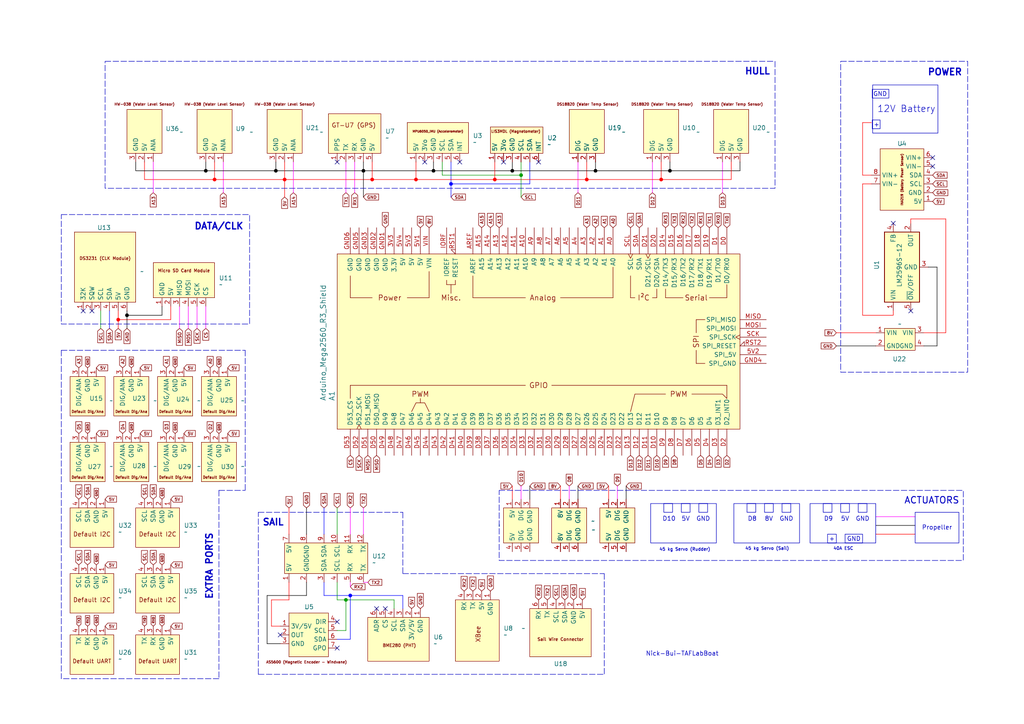
<source format=kicad_sch>
(kicad_sch (version 20231120) (generator "eeschema") (generator_version "8.0")
  (paper "A4")
  (junction (at 80.01 49.53) (color 0 0 0 1))
  (junction (at 170.18 52.07) (color 255 0 0 1))
  (junction (at 34.29 92.71) (color 255 0 0 1))
  (junction (at 120.65 52.07) (color 255 0 0 1))
  (junction (at 172.72 49.53) (color 0 0 0 1))
  (junction (at 101.6 172.72) (color 0 0 255 1))
  (junction (at 194.31 49.53) (color 0 0 0 1))
  (junction (at 82.55 52.07) (color 255 0 0 1))
  (junction (at 148.59 49.53) (color 0 0 0 1))
  (junction (at 107.95 52.07) (color 255 0 0 1))
  (junction (at 62.23 52.07) (color 255 0 0 1))
  (junction (at 191.77 52.07) (color 255 0 0 1))
  (junction (at 125.73 49.53) (color 0 0 0 1))
  (junction (at 130.81 53.34) (color 0 0 255 1))
  (junction (at 100.33 173.99))
  (junction (at 59.69 49.53) (color 0 0 0 1))
  (junction (at 36.83 91.44) (color 0 0 0 1))
  (junction (at 105.41 49.53) (color 0 0 0 1))
  (junction (at 151.13 50.8))
  (junction (at 143.51 52.07) (color 255 0 0 1))
  (no_connect (at 24.13 90.17))
  (no_connect (at 111.76 176.53))
  (no_connect (at 109.22 176.53))
  (no_connect (at 123.19 46.99))
  (no_connect (at 259.08 64.77))
  (no_connect (at 146.05 46.99))
  (no_connect (at 81.28 184.15))
  (no_connect (at 97.79 187.96))
  (no_connect (at 97.79 180.34))
  (no_connect (at 270.51 48.26))
  (no_connect (at 264.16 90.17))
  (no_connect (at 133.35 46.99))
  (no_connect (at 26.67 90.17))
  (no_connect (at 156.21 46.99))
  (no_connect (at 97.79 46.99))
  (no_connect (at 270.51 45.72))
  (wire (pts (xy 101.6 172.72) (xy 93.98 172.72)) (stroke (width 0) (color 0 0 255 1)))
  (wire (pts (xy 59.69 49.53) (xy 39.37 49.53)) (stroke (width 0) (color 0 0 0 1)))
  (wire (pts (xy 259.08 91.44) (xy 259.08 90.17)) (stroke (width 0) (color 255 0 0 1)))
  (polyline (pts (xy 63.5 142.24) (xy 71.12 142.24)) (stroke (width 0) (type dash)))
  (wire (pts (xy 242.57 100.33) (xy 254 100.33)) (stroke (width 0) (color 0 0 0 1)))
  (wire (pts (xy 29.21 95.25) (xy 29.21 90.17)))
  (wire (pts (xy 34.29 95.25) (xy 34.29 92.71)) (stroke (width 0) (color 255 0 0 1)))
  (wire (pts (xy 59.69 49.53) (xy 80.01 49.53)) (stroke (width 0) (color 0 0 0 1)))
  (wire (pts (xy 165.1 140.97) (xy 165.1 144.78)) (stroke (width 0) (color 255 0 255 1)))
  (polyline (pts (xy 175.26 166.37) (xy 175.26 195.58)) (stroke (width 0) (type dash)))
  (wire (pts (xy 85.09 55.88) (xy 85.09 46.99)) (stroke (width 0) (color 255 0 255 1)))
  (polyline (pts (xy 74.93 148.59) (xy 116.84 148.59)) (stroke (width 0) (type dash)))
  (wire (pts (xy 34.29 92.71) (xy 34.29 90.17)) (stroke (width 0) (color 255 0 0 1)))
  (wire (pts (xy 114.3 173.99) (xy 114.3 176.53)))
  (polyline (pts (xy 63.5 196.85) (xy 17.78 196.85)) (stroke (width 0) (type dash)))
  (wire (pts (xy 250.19 53.34) (xy 250.19 91.44)) (stroke (width 0) (color 255 0 0 1)))
  (wire (pts (xy 100.33 173.99) (xy 114.3 173.99)))
  (wire (pts (xy 254 154.94) (xy 265.43 154.94)) (stroke (width 0) (color 255 0 0 1)))
  (polyline (pts (xy 71.12 101.6) (xy 71.12 142.24)) (stroke (width 0) (type dash)))
  (wire (pts (xy 105.41 49.53) (xy 125.73 49.53)) (stroke (width 0) (color 0 0 0 1)))
  (wire (pts (xy 39.37 49.53) (xy 39.37 46.99)) (stroke (width 0) (color 0 0 0 1)))
  (wire (pts (xy 250.19 35.56) (xy 250.19 50.8)) (stroke (width 0) (color 255 0 0 1)))
  (wire (pts (xy 250.19 91.44) (xy 259.08 91.44)) (stroke (width 0) (color 255 0 0 1)))
  (wire (pts (xy 170.18 52.07) (xy 170.18 46.99)) (stroke (width 0) (color 255 0 0 1)))
  (wire (pts (xy 97.79 147.32) (xy 97.79 154.94)))
  (wire (pts (xy 264.16 64.77) (xy 264.16 63.5)) (stroke (width 0) (color 255 0 0 1)))
  (polyline (pts (xy 116.84 148.59) (xy 116.84 166.37)) (stroke (width 0) (type dash)))
  (wire (pts (xy 78.74 173.99) (xy 78.74 181.61)) (stroke (width 0) (color 255 0 0 1)))
  (wire (pts (xy 80.01 49.53) (xy 80.01 46.99)) (stroke (width 0) (color 0 0 0 1)))
  (wire (pts (xy 209.55 55.88) (xy 209.55 46.99)) (stroke (width 0) (color 255 0 255 1)))
  (wire (pts (xy 274.32 96.52) (xy 267.97 96.52)) (stroke (width 0) (color 255 0 0 1)))
  (wire (pts (xy 151.13 50.8) (xy 151.13 46.99)))
  (wire (pts (xy 191.77 52.07) (xy 191.77 46.99)) (stroke (width 0) (color 255 0 0 1)))
  (wire (pts (xy 107.95 52.07) (xy 120.65 52.07)) (stroke (width 0) (color 255 0 0 1)))
  (wire (pts (xy 97.79 168.91) (xy 97.79 173.99)))
  (wire (pts (xy 105.41 147.32) (xy 105.41 154.94)) (stroke (width 0) (color 255 0 255 1)))
  (wire (pts (xy 181.61 140.97) (xy 181.61 144.78)) (stroke (width 0) (color 0 0 0 1)))
  (wire (pts (xy 172.72 49.53) (xy 172.72 46.99)) (stroke (width 0) (color 0 0 0 1)))
  (wire (pts (xy 191.77 52.07) (xy 212.09 52.07)) (stroke (width 0) (color 255 0 0 1)))
  (wire (pts (xy 59.69 46.99) (xy 59.69 49.53)) (stroke (width 0) (color 0 0 0 1)))
  (wire (pts (xy 62.23 46.99) (xy 62.23 52.07)) (stroke (width 0) (color 255 0 0 1)))
  (wire (pts (xy 250.19 50.8) (xy 252.73 50.8)) (stroke (width 0) (color 255 0 0 1)))
  (polyline (pts (xy 17.78 101.6) (xy 17.78 196.85)) (stroke (width 0) (type dash)))
  (wire (pts (xy 107.95 52.07) (xy 107.95 46.99)) (stroke (width 0) (color 255 0 0 1)))
  (wire (pts (xy 101.6 147.32) (xy 101.6 154.94)) (stroke (width 0) (color 255 0 255 1)))
  (wire (pts (xy 128.27 46.99) (xy 128.27 50.8)))
  (wire (pts (xy 97.79 182.88) (xy 100.33 182.88)))
  (wire (pts (xy 82.55 52.07) (xy 82.55 57.15)) (stroke (width 0) (color 255 0 0 1)))
  (wire (pts (xy 151.13 50.8) (xy 151.13 57.15)))
  (wire (pts (xy 83.82 168.91) (xy 83.82 173.99)) (stroke (width 0) (color 255 0 0 1)))
  (wire (pts (xy 274.32 63.5) (xy 274.32 96.52)) (stroke (width 0) (color 255 0 0 1)))
  (wire (pts (xy 54.61 95.25) (xy 54.61 88.9)) (stroke (width 0) (color 255 0 255 1)))
  (polyline (pts (xy 74.93 195.58) (xy 74.93 148.59)) (stroke (width 0) (type dash)))
  (wire (pts (xy 130.81 46.99) (xy 130.81 53.34)) (stroke (width 0) (color 0 0 255 1)))
  (wire (pts (xy 36.83 90.17) (xy 36.83 91.44)) (stroke (width 0) (color 0 0 0 1)))
  (wire (pts (xy 153.67 53.34) (xy 153.67 46.99)) (stroke (width 0) (color 0 0 255 1)))
  (wire (pts (xy 120.65 52.07) (xy 120.65 46.99)) (stroke (width 0) (color 255 0 0 1)))
  (wire (pts (xy 148.59 140.97) (xy 148.59 144.78)) (stroke (width 0) (color 255 0 0 1)))
  (wire (pts (xy 100.33 173.99) (xy 97.79 173.99)))
  (wire (pts (xy 120.65 52.07) (xy 143.51 52.07)) (stroke (width 0) (color 255 0 0 1)))
  (wire (pts (xy 125.73 49.53) (xy 148.59 49.53)) (stroke (width 0) (color 0 0 0 1)))
  (wire (pts (xy 49.53 92.71) (xy 49.53 88.9)) (stroke (width 0) (color 255 0 0 1)))
  (wire (pts (xy 189.23 55.88) (xy 189.23 46.99)) (stroke (width 0) (color 255 0 255 1)))
  (wire (pts (xy 88.9 168.91) (xy 88.9 172.72)) (stroke (width 0) (color 0 0 0 1)))
  (wire (pts (xy 59.69 95.25) (xy 59.69 88.9)) (stroke (width 0) (color 255 0 255 1)))
  (wire (pts (xy 77.47 186.69) (xy 81.28 186.69)) (stroke (width 0) (color 0 0 0 1)))
  (wire (pts (xy 83.82 173.99) (xy 78.74 173.99)) (stroke (width 0) (color 255 0 0 1)))
  (wire (pts (xy 167.64 55.88) (xy 167.64 46.99)) (stroke (width 0) (color 255 0 255 1)))
  (wire (pts (xy 101.6 168.91) (xy 101.6 170.18)) (stroke (width 0) (color 255 0 255 1)))
  (wire (pts (xy 172.72 49.53) (xy 194.31 49.53)) (stroke (width 0) (color 0 0 0 1)))
  (wire (pts (xy 148.59 49.53) (xy 172.72 49.53)) (stroke (width 0) (color 0 0 0 1)))
  (wire (pts (xy 167.64 140.97) (xy 167.64 144.78)) (stroke (width 0) (color 0 0 0 1)))
  (wire (pts (xy 97.79 185.42) (xy 101.6 185.42)) (stroke (width 0) (color 0 0 255 1)))
  (wire (pts (xy 153.67 140.97) (xy 153.67 144.78)) (stroke (width 0) (color 0 0 0 1)))
  (wire (pts (xy 264.16 63.5) (xy 274.32 63.5)) (stroke (width 0) (color 255 0 0 1)))
  (wire (pts (xy 242.57 96.52) (xy 254 96.52)) (stroke (width 0) (color 255 0 0 1)))
  (wire (pts (xy 88.9 172.72) (xy 77.47 172.72)) (stroke (width 0) (color 0 0 0 1)))
  (polyline (pts (xy 63.5 142.24) (xy 63.5 196.85)) (stroke (width 0) (type dash)))
  (wire (pts (xy 179.07 140.97) (xy 179.07 144.78)) (stroke (width 0) (color 255 0 255 1)))
  (wire (pts (xy 78.74 181.61) (xy 81.28 181.61)) (stroke (width 0) (color 255 0 0 1)))
  (wire (pts (xy 82.55 52.07) (xy 82.55 46.99)) (stroke (width 0) (color 255 0 0 1)))
  (wire (pts (xy 102.87 55.88) (xy 102.87 46.99)) (stroke (width 0) (color 255 0 255 1)))
  (wire (pts (xy 62.23 52.07) (xy 41.91 52.07)) (stroke (width 0) (color 255 0 0 1)))
  (wire (pts (xy 57.15 95.25) (xy 57.15 88.9)) (stroke (width 0) (color 255 0 255 1)))
  (wire (pts (xy 271.78 100.33) (xy 267.97 100.33)) (stroke (width 0) (color 0 0 0 1)))
  (wire (pts (xy 162.56 140.97) (xy 162.56 144.78)) (stroke (width 0) (color 255 0 0 1)))
  (polyline (pts (xy 74.93 195.58) (xy 175.26 195.58)) (stroke (width 0) (type dash)))
  (wire (pts (xy 116.84 172.72) (xy 116.84 176.53)) (stroke (width 0) (color 0 0 255 1)))
  (wire (pts (xy 80.01 49.53) (xy 105.41 49.53)) (stroke (width 0) (color 0 0 0 1)))
  (wire (pts (xy 77.47 172.72) (xy 77.47 186.69)) (stroke (width 0) (color 0 0 0 1)))
  (wire (pts (xy 105.41 49.53) (xy 105.41 57.15)) (stroke (width 0) (color 0 0 0 1)))
  (wire (pts (xy 143.51 52.07) (xy 170.18 52.07)) (stroke (width 0) (color 255 0 0 1)))
  (wire (pts (xy 194.31 49.53) (xy 194.31 46.99)) (stroke (width 0) (color 0 0 0 1)))
  (wire (pts (xy 44.45 55.88) (xy 44.45 46.99)) (stroke (width 0) (color 255 0 255 1)))
  (wire (pts (xy 93.98 147.32) (xy 93.98 154.94)) (stroke (width 0) (color 0 0 255 1)))
  (wire (pts (xy 36.83 91.44) (xy 36.83 95.25)) (stroke (width 0) (color 0 0 0 1)))
  (wire (pts (xy 125.73 49.53) (xy 125.73 46.99)) (stroke (width 0) (color 0 0 0 1)))
  (polyline (pts (xy 116.84 166.37) (xy 175.26 166.37)) (stroke (width 0) (type dash)))
  (wire (pts (xy 194.31 49.53) (xy 214.63 49.53)) (stroke (width 0) (color 0 0 0 1)))
  (wire (pts (xy 130.81 53.34) (xy 153.67 53.34)) (stroke (width 0) (color 0 0 255 1)))
  (wire (pts (xy 64.77 55.88) (xy 64.77 46.99)) (stroke (width 0) (color 255 0 255 1)))
  (wire (pts (xy 254 152.4) (xy 265.43 152.4)) (stroke (width 0) (color 0 0 0 1)))
  (polyline (pts (xy 17.78 101.6) (xy 71.12 101.6)) (stroke (width 0) (type dash)))
  (wire (pts (xy 62.23 52.07) (xy 82.55 52.07)) (stroke (width 0) (color 255 0 0 1)))
  (wire (pts (xy 52.07 95.25) (xy 52.07 88.9)) (stroke (width 0) (color 255 0 255 1)))
  (wire (pts (xy 88.9 147.32) (xy 88.9 154.94)) (stroke (width 0) (color 0 0 0 1)))
  (wire (pts (xy 214.63 49.53) (xy 214.63 46.99)) (stroke (width 0) (color 0 0 0 1)))
  (wire (pts (xy 101.6 185.42) (xy 101.6 172.72)) (stroke (width 0) (color 0 0 255 1)))
  (wire (pts (xy 82.55 52.07) (xy 107.95 52.07)) (stroke (width 0) (color 255 0 0 1)))
  (wire (pts (xy 34.29 92.71) (xy 49.53 92.71)) (stroke (width 0) (color 255 0 0 1)))
  (wire (pts (xy 130.81 53.34) (xy 130.81 57.15)) (stroke (width 0) (color 0 0 255 1)))
  (wire (pts (xy 170.18 52.07) (xy 191.77 52.07)) (stroke (width 0) (color 255 0 0 1)))
  (wire (pts (xy 252.73 53.34) (xy 250.19 53.34)) (stroke (width 0) (color 255 0 0 1)))
  (wire (pts (xy 93.98 172.72) (xy 93.98 168.91)) (stroke (width 0) (color 0 0 255 1)))
  (wire (pts (xy 31.75 95.25) (xy 31.75 90.17)) (stroke (width 0) (color 0 0 255 1)))
  (wire (pts (xy 128.27 50.8) (xy 151.13 50.8)))
  (wire (pts (xy 100.33 55.88) (xy 100.33 46.99)) (stroke (width 0) (color 255 0 255 1)))
  (wire (pts (xy 46.99 91.44) (xy 46.99 88.9)) (stroke (width 0) (color 0 0 0 1)))
  (wire (pts (xy 101.6 172.72) (xy 116.84 172.72)) (stroke (width 0) (color 0 0 255 1)))
  (wire (pts (xy 41.91 52.07) (xy 41.91 46.99)) (stroke (width 0) (color 255 0 0 1)))
  (wire (pts (xy 176.53 140.97) (xy 176.53 144.78)) (stroke (width 0) (color 255 0 0 1)))
  (wire (pts (xy 36.83 91.44) (xy 46.99 91.44)) (stroke (width 0) (color 0 0 0 1)))
  (wire (pts (xy 83.82 147.32) (xy 83.82 154.94)) (stroke (width 0) (color 255 0 0 1)))
  (wire (pts (xy 106.68 168.91) (xy 105.41 168.91)) (stroke (width 0) (color 255 0 255 1)))
  (wire (pts (xy 271.78 77.47) (xy 271.78 100.33)) (stroke (width 0) (color 0 0 0 1)))
  (wire (pts (xy 100.33 182.88) (xy 100.33 173.99)))
  (wire (pts (xy 105.41 49.53) (xy 105.41 46.99)) (stroke (width 0) (color 0 0 0 1)))
  (wire (pts (xy 269.24 77.47) (xy 271.78 77.47)) (stroke (width 0) (color 0 0 0 1)))
  (wire (pts (xy 254 149.86) (xy 265.43 149.86)) (stroke (width 0) (color 255 0 255 1)))
  (wire (pts (xy 212.09 52.07) (xy 212.09 46.99)) (stroke (width 0) (color 255 0 0 1)))
  (wire (pts (xy 143.51 52.07) (xy 143.51 46.99)) (stroke (width 0) (color 255 0 0 1)))
  (wire (pts (xy 148.59 49.53) (xy 148.59 46.99)) (stroke (width 0) (color 0 0 0 1)))
  (wire (pts (xy 252.73 35.56) (xy 250.19 35.56)) (stroke (width 0) (color 255 0 0 1)))
  (wire (pts (xy 151.13 140.97) (xy 151.13 144.78)) (stroke (width 0) (color 255 0 255 1)))
  (rectangle (start 234.95 146.05) (end 254 157.48))
  (rectangle (start 245.11 154.94) (end 250.19 157.48))
  (rectangle (start 252.984 34.798) (end 255.27 37.338))
  (rectangle (start 238.76 146.05) (end 241.3 148.59))
  (rectangle (start 221.742 146.05) (end 224.282 148.59))
  (rectangle (start 192.532 146.05) (end 195.072 148.59))
  (rectangle (start 252.984 25.908) (end 257.81 28.448))
  (rectangle (start 212.852 146.05) (end 231.902 157.48))
  (rectangle (start 144.78 142.24) (end 279.4 162.56) (stroke (width 0) (type dash)))
  (rectangle (start 226.822 146.05) (end 229.362 148.59))
  (rectangle (start 188.722 146.05) (end 207.772 157.48))
  (rectangle (start 253.111 24.638) (end 272.034 38.608))
  (rectangle (start 30.48 17.78) (end 224.79 54.61) (stroke (width 0) (type dash)))
  (rectangle (start 248.92 146.05) (end 251.46 148.59))
  (rectangle (start 243.84 146.05) (end 246.38 148.59))
  (rectangle (start 202.692 146.05) (end 205.232 148.59))
  (rectangle (start 197.612 146.05) (end 200.152 148.59))
  (rectangle (start 17.78 62.23) (end 72.39 93.98) (stroke (width 0) (type dash)))
  (rectangle (start 216.662 146.05) (end 219.202 148.59))
  (rectangle (start 265.43 148.59) (end 278.13 157.48))
  (rectangle (start 243.84 17.78) (end 280.67 107.95) (stroke (width 0) (type dash)))
  (rectangle (start 240.03 154.94) (end 242.57 157.48))
  (text_box "NOTES\n\nI2C:\n\n	Hull:\n		- LIS3MDL (Magnetometer)\n		- MPU6050 IMU (Accelerometer)\n		- INA 219 (Battery Power Sensor)\n		- DS3231 (CLK Module)\n\n	Sail:\n		- AS5600 (Magnetic Encoder - Windvane)\n		- BME280 (PHT)\n\nUArt: \n\n	Hull:\n	- GT-U7 (GPS)\n\n	Sail:\n	- Digi Xbee3 (Transmitter/Receiver) \n\nDigital:\n\n	- 45 kg Servo (Rudder)\n	- 45 kg Servo (Sail)\n	- 40A ESC (Propeller)\n	- DS18B20 (Water Temperature Sensor)\n\nAnalog:\n\n	- HW-038 (Water Level Sensor)\n\nSPI:\n\n	- Micro SD Card Read/Write Module\n\nMisc:\n\n	- LM2596S (Voltage Regulator/Detector)" (at -45.72 142.24 0) (size 43.18 67.31) (fill (type color) (color 255 255 194 1)) (effects (font (size 1.016 1.016) (thickness 0.254) (bold yes)) (justify left top)))
  (text "45 kg Servo (Sail)" (at 222.504 159.258 0) (effects (font (size 0.889 0.889))))
  (text "GND" (at 250.19 150.622 0) (effects (font (size 1.27 1.27))))
  (text "Nick-Bui-TAFLabBoat" (at 197.866 189.738 0) (effects (font (size 1.27 1.27))))
  (text "5V" (at 198.882 150.622 0) (effects (font (size 1.27 1.27))))
  (text "GND" (at 228.092 150.622 0) (effects (font (size 1.27 1.27))))
  (text "HULL" (at 219.71 20.828 0) (effects (font (size 1.905 1.905) (thickness 0.381) (bold yes))))
  (text "45 kg Servo (Rudder)" (at 198.628 159.512 0) (effects (font (size 0.889 0.889))))
  (text "GND" (at 203.962 150.622 0) (effects (font (size 1.27 1.27))))
  (text "D8" (at 218.186 150.622 0) (effects (font (size 1.27 1.27))))
  (text "5V\n" (at 245.11 150.622 0) (effects (font (size 1.27 1.27))))
  (text "EXTRA PORTS" (at 60.706 164.338 90) (effects (font (size 1.905 1.905) (thickness 0.381) (bold yes))))
  (text "GND" (at 255.27 27.432 0) (effects (font (size 1.27 1.27))))
  (text "POWER" (at 274.066 21.082 0) (effects (font (size 1.905 1.905) (thickness 0.381) (bold yes))))
  (text "GND" (at 247.65 156.464 0) (effects (font (size 1.27 1.27))))
  (text "D10" (at 194.056 150.622 0) (effects (font (size 1.27 1.27))))
  (text "+" (at 254.254 36.322 0) (effects (font (size 1.27 1.27))))
  (text "40A ESC" (at 244.602 159.258 0) (effects (font (size 0.889 0.889))))
  (text "+" (at 241.3 156.464 0) (effects (font (size 1.27 1.27))))
  (text "ACTUATORS" (at 270.256 145.288 0) (effects (font (size 1.905 1.905) (thickness 0.254) (bold yes))))
  (text "Propeller" (at 271.78 153.162 0) (effects (font (size 1.27 1.27))))
  (text "12V Battery" (at 262.89 31.75 0) (effects (font (size 1.905 1.905))))
  (text "D9" (at 240.284 150.622 0) (effects (font (size 1.27 1.27))))
  (text "DATA/CLK" (at 63.5 65.786 0) (effects (font (size 1.905 1.905) (thickness 0.381) (bold yes))))
  (text "SAIL" (at 79.248 151.638 0) (effects (font (size 1.905 1.905) (thickness 0.381) (bold yes))))
  (text "8V" (at 223.012 150.622 0) (effects (font (size 1.27 1.27))))
  (global_label "A2" (shape input) (at 35.56 106.68 90) (effects (font (size 0.889 0.889))) (property "Intersheetrefs" "${INTERSHEET_REFS}" (effects (hide yes))))
  (global_label "TX2" (shape input) (at 158.75 173.99 90) (effects (font (size 0.889 0.889))) (property "Intersheetrefs" "${INTERSHEET_REFS}" (effects (hide yes))))
  (global_label "D5" (shape input) (at 22.86 125.73 90) (effects (font (size 0.889 0.889))) (property "Intersheetrefs" "${INTERSHEET_REFS}" (effects (hide yes))))
  (global_label "A13" (shape input) (at 44.45 55.88 270) (effects (font (size 0.889 0.889))) (property "Intersheetrefs" "${INTERSHEET_REFS}" (effects (hide yes))))
  (global_label "D12" (shape input) (at 185.42 132.08 270) (effects (font (size 0.889 0.889))) (property "Intersheetrefs" "${INTERSHEET_REFS}" (effects (hide yes))))
  (global_label "D8" (shape input) (at 165.1 140.97 90) (effects (font (size 0.889 0.889))) (property "Intersheetrefs" "${INTERSHEET_REFS}" (effects (hide yes))))
  (global_label "GND" (shape input) (at 142.24 171.45 90) (effects (font (size 0.889 0.889))) (property "Intersheetrefs" "${INTERSHEET_REFS}" (effects (hide yes))))
  (global_label "SDA" (shape input) (at 31.75 95.25 270) (effects (font (size 0.889 0.889))) (property "Intersheetrefs" "${INTERSHEET_REFS}" (effects (hide yes))))
  (global_label "5V" (shape input) (at 139.7 171.45 90) (effects (font (size 0.889 0.889))) (property "Intersheetrefs" "${INTERSHEET_REFS}" (effects (hide yes))))
  (global_label "SCL" (shape input) (at 270.51 53.34 0) (effects (font (size 0.889 0.889))) (property "Intersheetrefs" "${INTERSHEET_REFS}" (effects (hide yes))))
  (global_label "D11" (shape input) (at 187.96 132.08 270) (effects (font (size 0.889 0.889))) (property "Intersheetrefs" "${INTERSHEET_REFS}" (effects (hide yes))))
  (global_label "SCL" (shape input) (at 182.88 66.04 90) (effects (font (size 0.889 0.889))) (property "Intersheetrefs" "${INTERSHEET_REFS}" (effects (hide yes))))
  (global_label "SCL" (shape input) (at 97.79 147.32 90) (effects (font (size 0.889 0.889))) (property "Intersheetrefs" "${INTERSHEET_REFS}" (effects (hide yes))))
  (global_label "RX2" (shape input) (at 101.6 170.18 0) (effects (font (size 0.889 0.889))) (property "Intersheetrefs" "${INTERSHEET_REFS}" (effects (hide yes))))
  (global_label "SDA" (shape input) (at 25.4 163.83 90) (effects (font (size 0.889 0.889))) (property "Intersheetrefs" "${INTERSHEET_REFS}" (effects (hide yes))))
  (global_label "GND" (shape input) (at 153.67 140.97 0) (effects (font (size 0.889 0.889))) (property "Intersheetrefs" "${INTERSHEET_REFS}" (effects (hide yes))))
  (global_label "TX3" (shape input) (at 195.58 66.04 90) (effects (font (size 0.889 0.889))) (property "Intersheetrefs" "${INTERSHEET_REFS}" (effects (hide yes))))
  (global_label "D13" (shape input) (at 182.88 132.08 270) (effects (font (size 0.889 0.889))) (property "Intersheetrefs" "${INTERSHEET_REFS}" (effects (hide yes))))
  (global_label "5V" (shape input) (at 27.94 106.68 0) (effects (font (size 0.889 0.889))) (property "Intersheetrefs" "${INTERSHEET_REFS}" (effects (hide yes))))
  (global_label "TX1" (shape input) (at 205.74 66.04 90) (effects (font (size 0.889 0.889))) (property "Intersheetrefs" "${INTERSHEET_REFS}" (effects (hide yes))))
  (global_label "GND" (shape input) (at 50.8 125.73 90) (effects (font (size 0.635 0.635))) (property "Intersheetrefs" "${INTERSHEET_REFS}" (effects (hide yes))))
  (global_label "5V" (shape input) (at 40.64 125.73 0) (effects (font (size 0.889 0.889))) (property "Intersheetrefs" "${INTERSHEET_REFS}" (effects (hide yes))))
  (global_label "5V" (shape input) (at 40.64 106.68 0) (effects (font (size 0.889 0.889))) (property "Intersheetrefs" "${INTERSHEET_REFS}" (effects (hide yes))))
  (global_label "D10" (shape input) (at 190.5 132.08 270) (effects (font (size 0.889 0.889))) (property "Intersheetrefs" "${INTERSHEET_REFS}" (effects (hide yes))))
  (global_label "GND" (shape input) (at 50.8 106.68 90) (effects (font (size 0.635 0.635))) (property "Intersheetrefs" "${INTERSHEET_REFS}" (effects (hide yes))))
  (global_label "TX2" (shape input) (at 105.41 147.32 90) (effects (font (size 0.889 0.889))) (property "Intersheetrefs" "${INTERSHEET_REFS}" (effects (hide yes))))
  (global_label "GND" (shape input) (at 46.99 163.83 90) (effects (font (size 0.635 0.635))) (property "Intersheetrefs" "${INTERSHEET_REFS}" (effects (hide yes))))
  (global_label "A1" (shape input) (at 175.26 66.04 90) (effects (font (size 0.889 0.889))) (property "Intersheetrefs" "${INTERSHEET_REFS}" (effects (hide yes))))
  (global_label "TX3" (shape input) (at 22.86 181.61 90) (effects (font (size 0.635 0.635))) (property "Intersheetrefs" "${INTERSHEET_REFS}" (effects (hide yes))))
  (global_label "D10" (shape input) (at 151.13 140.97 90) (effects (font (size 0.889 0.889))) (property "Intersheetrefs" "${INTERSHEET_REFS}" (effects (hide yes))))
  (global_label "GND" (shape input) (at 167.64 140.97 0) (effects (font (size 0.889 0.889))) (property "Intersheetrefs" "${INTERSHEET_REFS}" (effects (hide yes))))
  (global_label "RX0" (shape input) (at 44.45 181.61 90) (effects (font (size 0.635 0.635))) (property "Intersheetrefs" "${INTERSHEET_REFS}" (effects (hide yes))))
  (global_label "GND" (shape input) (at 88.9 147.32 90) (effects (font (size 0.889 0.889))) (property "Intersheetrefs" "${INTERSHEET_REFS}" (effects (hide yes))))
  (global_label "TX2" (shape input) (at 106.68 168.91 0) (effects (font (size 0.889 0.889))) (property "Intersheetrefs" "${INTERSHEET_REFS}" (effects (hide yes))))
  (global_label "5V" (shape input) (at 49.53 181.61 0) (effects (font (size 0.889 0.889))) (property "Intersheetrefs" "${INTERSHEET_REFS}" (effects (hide yes))))
  (global_label "SDA" (shape input) (at 270.51 50.8 0) (effects (font (size 0.889 0.889))) (property "Intersheetrefs" "${INTERSHEET_REFS}" (effects (hide yes))))
  (global_label "SCL" (shape input) (at 41.91 163.83 90) (effects (font (size 0.889 0.889))) (property "Intersheetrefs" "${INTERSHEET_REFS}" (effects (hide yes))))
  (global_label "CS" (shape input) (at 101.6 132.08 270) (effects (font (size 0.889 0.889))) (property "Intersheetrefs" "${INTERSHEET_REFS}" (effects (hide yes))))
  (global_label "GND" (shape input) (at 46.99 144.78 90) (effects (font (size 0.635 0.635))) (property "Intersheetrefs" "${INTERSHEET_REFS}" (effects (hide yes))))
  (global_label "D5" (shape input) (at 203.2 132.08 270) (effects (font (size 0.889 0.889))) (property "Intersheetrefs" "${INTERSHEET_REFS}" (effects (hide yes))))
  (global_label "GND" (shape input) (at 25.4 125.73 90) (effects (font (size 0.635 0.635))) (property "Intersheetrefs" "${INTERSHEET_REFS}" (effects (hide yes))))
  (global_label "GND" (shape input) (at 105.41 57.15 0) (effects (font (size 0.889 0.889))) (property "Intersheetrefs" "${INTERSHEET_REFS}" (effects (hide yes))))
  (global_label "5V" (shape input) (at 148.59 140.97 180) (effects (font (size 0.889 0.889))) (property "Intersheetrefs" "${INTERSHEET_REFS}" (effects (hide yes))))
  (global_label "A3" (shape input) (at 170.18 66.04 90) (effects (font (size 0.889 0.889))) (property "Intersheetrefs" "${INTERSHEET_REFS}" (effects (hide yes))))
  (global_label "5V" (shape input) (at 34.29 95.25 270) (effects (font (size 0.889 0.889))) (property "Intersheetrefs" "${INTERSHEET_REFS}" (effects (hide yes))))
  (global_label "A2" (shape input) (at 172.72 66.04 90) (effects (font (size 0.889 0.889))) (property "Intersheetrefs" "${INTERSHEET_REFS}" (effects (hide yes))))
  (global_label "D4" (shape input) (at 35.56 125.73 90) (effects (font (size 0.889 0.889))) (property "Intersheetrefs" "${INTERSHEET_REFS}" (effects (hide yes))))
  (global_label "SCL" (shape input) (at 151.13 57.15 0) (effects (font (size 0.889 0.889))) (property "Intersheetrefs" "${INTERSHEET_REFS}" (effects (hide yes))))
  (global_label "5V" (shape input) (at 49.53 163.83 0) (effects (font (size 0.889 0.889))) (property "Intersheetrefs" "${INTERSHEET_REFS}" (effects (hide yes))))
  (global_label "SDA" (shape input) (at 163.83 173.99 90) (effects (font (size 0.889 0.889))) (property "Intersheetrefs" "${INTERSHEET_REFS}" (effects (hide yes))))
  (global_label "D9" (shape input) (at 179.07 140.97 90) (effects (font (size 0.889 0.889))) (property "Intersheetrefs" "${INTERSHEET_REFS}" (effects (hide yes))))
  (global_label "A3" (shape input) (at 22.86 106.68 90) (effects (font (size 0.889 0.889))) (property "Intersheetrefs" "${INTERSHEET_REFS}" (effects (hide yes))))
  (global_label "D4" (shape input) (at 205.74 132.08 270) (effects (font (size 0.889 0.889))) (property "Intersheetrefs" "${INTERSHEET_REFS}" (effects (hide yes))))
  (global_label "RX2" (shape input) (at 156.21 173.99 90) (effects (font (size 0.889 0.889))) (property "Intersheetrefs" "${INTERSHEET_REFS}" (effects (hide yes))))
  (global_label "GND" (shape input) (at 63.5 125.73 90) (effects (font (size 0.635 0.635))) (property "Intersheetrefs" "${INTERSHEET_REFS}" (effects (hide yes))))
  (global_label "A0" (shape input) (at 177.8 66.04 90) (effects (font (size 0.889 0.889))) (property "Intersheetrefs" "${INTERSHEET_REFS}" (effects (hide yes))))
  (global_label "TX1" (shape input) (at 100.33 55.88 270) (effects (font (size 0.889 0.889))) (property "Intersheetrefs" "${INTERSHEET_REFS}" (effects (hide yes))))
  (global_label "5V" (shape input) (at 66.04 106.68 0) (effects (font (size 0.889 0.889))) (property "Intersheetrefs" "${INTERSHEET_REFS}" (effects (hide yes))))
  (global_label "A15" (shape input) (at 64.77 55.88 270) (effects (font (size 0.889 0.889))) (property "Intersheetrefs" "${INTERSHEET_REFS}" (effects (hide yes))))
  (global_label "5V" (shape input) (at 30.48 181.61 0) (effects (font (size 0.889 0.889))) (property "Intersheetrefs" "${INTERSHEET_REFS}" (effects (hide yes))))
  (global_label "GND" (shape input) (at 63.5 106.68 90) (effects (font (size 0.635 0.635))) (property "Intersheetrefs" "${INTERSHEET_REFS}" (effects (hide yes))))
  (global_label "SCL" (shape input) (at 22.86 144.78 90) (effects (font (size 0.889 0.889))) (property "Intersheetrefs" "${INTERSHEET_REFS}" (effects (hide yes))))
  (global_label "GND" (shape input) (at 27.94 144.78 90) (effects (font (size 0.635 0.635))) (property "Intersheetrefs" "${INTERSHEET_REFS}" (effects (hide yes))))
  (global_label "RX1" (shape input) (at 102.87 55.88 270) (effects (font (size 0.889 0.889))) (property "Intersheetrefs" "${INTERSHEET_REFS}" (effects (hide yes))))
  (global_label "5V" (shape input) (at 82.55 57.15 270) (effects (font (size 0.889 0.889))) (property "Intersheetrefs" "${INTERSHEET_REFS}" (effects (hide yes))))
  (global_label "RX0" (shape input) (at 208.28 66.04 90) (effects (font (size 0.889 0.889))) (property "Intersheetrefs" "${INTERSHEET_REFS}" (effects (hide yes))))
  (global_label "SCL" (shape input) (at 41.91 144.78 90) (effects (font (size 0.889 0.889))) (property "Intersheetrefs" "${INTERSHEET_REFS}" (effects (hide yes))))
  (global_label "D3" (shape input) (at 48.26 125.73 90) (effects (font (size 0.889 0.889))) (property "Intersheetrefs" "${INTERSHEET_REFS}" (effects (hide yes))))
  (global_label "SDA" (shape input) (at 185.42 66.04 90) (effects (font (size 0.889 0.889))) (property "Intersheetrefs" "${INTERSHEET_REFS}" (effects (hide yes))))
  (global_label "RX3" (shape input) (at 193.04 66.04 90) (effects (font (size 0.889 0.889))) (property "Intersheetrefs" "${INTERSHEET_REFS}" (effects (hide yes))))
  (global_label "5V" (shape input) (at 121.92 66.04 90) (effects (font (size 0.889 0.889))) (property "Intersheetrefs" "${INTERSHEET_REFS}" (effects (hide yes))))
  (global_label "SDA" (shape input) (at 44.45 163.83 90) (effects (font (size 0.889 0.889))) (property "Intersheetrefs" "${INTERSHEET_REFS}" (effects (hide yes))))
  (global_label "5V" (shape input) (at 270.51 58.42 0) (effects (font (size 0.889 0.889))) (property "Intersheetrefs" "${INTERSHEET_REFS}" (effects (hide yes))))
  (global_label "8V" (shape input) (at 242.57 96.52 180) (effects (font (size 0.889 0.889))) (property "Intersheetrefs" "${INTERSHEET_REFS}" (effects (hide yes))))
  (global_label "SDA" (shape input) (at 93.98 147.32 90) (effects (font (size 0.889 0.889))) (property "Intersheetrefs" "${INTERSHEET_REFS}" (effects (hide yes))))
  (global_label "TX0" (shape input) (at 210.82 66.04 90) (effects (font (size 0.889 0.889))) (property "Intersheetrefs" "${INTERSHEET_REFS}" (effects (hide yes))))
  (global_label "TX2" (shape input) (at 200.66 66.04 90) (effects (font (size 0.889 0.889))) (property "Intersheetrefs" "${INTERSHEET_REFS}" (effects (hide yes))))
  (global_label "A15" (shape input) (at 139.7 66.04 90) (effects (font (size 0.889 0.889))) (property "Intersheetrefs" "${INTERSHEET_REFS}" (effects (hide yes))))
  (global_label "5V" (shape input) (at 66.04 125.73 0) (effects (font (size 0.889 0.889))) (property "Intersheetrefs" "${INTERSHEET_REFS}" (effects (hide yes))))
  (global_label "RX2" (shape input) (at 101.6 147.32 90) (effects (font (size 0.889 0.889))) (property "Intersheetrefs" "${INTERSHEET_REFS}" (effects (hide yes))))
  (global_label "GND" (shape input) (at 242.57 100.33 180) (effects (font (size 0.889 0.889))) (property "Intersheetrefs" "${INTERSHEET_REFS}" (effects (hide yes))))
  (global_label "5V" (shape input) (at 83.82 147.32 90) (effects (font (size 0.889 0.889))) (property "Intersheetrefs" "${INTERSHEET_REFS}" (effects (hide yes))))
  (global_label "8V" (shape input) (at 162.56 140.97 180) (effects (font (size 0.889 0.889))) (property "Intersheetrefs" "${INTERSHEET_REFS}" (effects (hide yes))))
  (global_label "GND" (shape input) (at 111.76 66.04 90) (effects (font (size 0.889 0.889))) (property "Intersheetrefs" "${INTERSHEET_REFS}" (effects (hide yes))))
  (global_label "5V" (shape input) (at 30.48 163.83 0) (effects (font (size 0.889 0.889))) (property "Intersheetrefs" "${INTERSHEET_REFS}" (effects (hide yes))))
  (global_label "RX1" (shape input) (at 203.2 66.04 90) (effects (font (size 0.889 0.889))) (property "Intersheetrefs" "${INTERSHEET_REFS}" (effects (hide yes))))
  (global_label "A0" (shape input) (at 60.96 106.68 90) (effects (font (size 0.889 0.889))) (property "Intersheetrefs" "${INTERSHEET_REFS}" (effects (hide yes))))
  (global_label "SCL" (shape input) (at 22.86 163.83 90) (effects (font (size 0.889 0.889))) (property "Intersheetrefs" "${INTERSHEET_REFS}" (effects (hide yes))))
  (global_label "SDA" (shape input) (at 130.81 57.15 0) (effects (font (size 0.889 0.889))) (property "Intersheetrefs" "${INTERSHEET_REFS}" (effects (hide yes))))
  (global_label "5V" (shape input) (at 168.91 173.99 90) (effects (font (size 0.889 0.889))) (property "Intersheetrefs" "${INTERSHEET_REFS}" (effects (hide yes))))
  (global_label "GND" (shape input) (at 181.61 140.97 0) (effects (font (size 0.889 0.889))) (property "Intersheetrefs" "${INTERSHEET_REFS}" (effects (hide yes))))
  (global_label "GND" (shape input) (at 270.51 55.88 0) (effects (font (size 0.889 0.889))) (property "Intersheetrefs" "${INTERSHEET_REFS}" (effects (hide yes))))
  (global_label "GND" (shape input) (at 46.99 181.61 90) (effects (font (size 0.635 0.635))) (property "Intersheetrefs" "${INTERSHEET_REFS}" (effects (hide yes))))
  (global_label "RX3" (shape input) (at 25.4 181.61 90) (effects (font (size 0.635 0.635))) (property "Intersheetrefs" "${INTERSHEET_REFS}" (effects (hide yes))))
  (global_label "5V" (shape input) (at 27.94 125.73 0) (effects (font (size 0.889 0.889))) (property "Intersheetrefs" "${INTERSHEET_REFS}" (effects (hide yes))))
  (global_label "A13" (shape input) (at 144.78 66.04 90) (effects (font (size 0.889 0.889))) (property "Intersheetrefs" "${INTERSHEET_REFS}" (effects (hide yes))))
  (global_label "5V" (shape input) (at 53.34 106.68 0) (effects (font (size 0.889 0.889))) (property "Intersheetrefs" "${INTERSHEET_REFS}" (effects (hide yes))))
  (global_label "D11" (shape input) (at 167.64 55.88 270) (effects (font (size 0.889 0.889))) (property "Intersheetrefs" "${INTERSHEET_REFS}" (effects (hide yes))))
  (global_label "SCL" (shape input) (at 161.29 173.99 90) (effects (font (size 0.889 0.889))) (property "Intersheetrefs" "${INTERSHEET_REFS}" (effects (hide yes))))
  (global_label "5V" (shape input) (at 30.48 144.78 0) (effects (font (size 0.889 0.889))) (property "Intersheetrefs" "${INTERSHEET_REFS}" (effects (hide yes))))
  (global_label "MISO" (shape input) (at 109.22 132.08 270) (effects (font (size 0.889 0.889))) (property "Intersheetrefs" "${INTERSHEET_REFS}" (effects (hide yes))))
  (global_label "D9" (shape input) (at 193.04 132.08 270) (effects (font (size 0.889 0.889))) (property "Intersheetrefs" "${INTERSHEET_REFS}" (effects (hide yes))))
  (global_label "MOSI" (shape input) (at 106.68 132.08 270) (effects (font (size 0.889 0.889))) (property "Intersheetrefs" "${INTERSHEET_REFS}" (effects (hide yes))))
  (global_label "SDA" (shape input) (at 25.4 144.78 90) (effects (font (size 0.889 0.889))) (property "Intersheetrefs" "${INTERSHEET_REFS}" (effects (hide yes))))
  (global_label "A14" (shape input) (at 85.09 55.88 270) (effects (font (size 0.889 0.889))) (property "Intersheetrefs" "${INTERSHEET_REFS}" (effects (hide yes))))
  (global_label "GND" (shape input) (at 38.1 106.68 90) (effects (font (size 0.635 0.635))) (property "Intersheetrefs" "${INTERSHEET_REFS}" (effects (hide yes))))
  (global_label "MOSI" (shape input) (at 54.61 95.25 270) (effects (font (size 0.889 0.889))) (property "Intersheetrefs" "${INTERSHEET_REFS}" (effects (hide yes))))
  (global_label "GND" (shape input) (at 166.37 173.99 90) (effects (font (size 0.889 0.889))) (property "Intersheetrefs" "${INTERSHEET_REFS}" (effects (hide yes))))
  (global_label "8V" (shape input) (at 124.46 66.04 90) (effects (font (size 0.889 0.889))) (property "Intersheetrefs" "${INTERSHEET_REFS}" (effects (hide yes))))
  (global_label "GND" (shape input) (at 36.83 95.25 270) (effects (font (size 0.889 0.889))) (property "Intersheetrefs" "${INTERSHEET_REFS}" (effects (hide yes))))
  (global_label "GND" (shape input) (at 27.94 181.61 90) (effects (font (size 0.635 0.635))) (property "Intersheetrefs" "${INTERSHEET_REFS}" (effects (hide yes))))
  (global_label "GND" (shape input) (at 27.94 163.83 90) (effects (font (size 0.635 0.635))) (property "Intersheetrefs" "${INTERSHEET_REFS}" (effects (hide yes))))
  (global_label "GND" (shape input) (at 121.92 176.53 90) (effects (font (size 0.889 0.889))) (property "Intersheetrefs" "${INTERSHEET_REFS}" (effects (hide yes))))
  (global_label "SDA" (shape input) (at 44.45 144.78 90) (effects (font (size 0.889 0.889))) (property "Intersheetrefs" "${INTERSHEET_REFS}" (effects (hide yes))))
  (global_label "5V" (shape input) (at 49.53 144.78 0) (effects (font (size 0.889 0.889))) (property "Intersheetrefs" "${INTERSHEET_REFS}" (effects (hide yes))))
  (global_label "A1" (shape input) (at 48.26 106.68 90) (effects (font (size 0.889 0.889))) (property "Intersheetrefs" "${INTERSHEET_REFS}" (effects (hide yes))))
  (global_label "RX2" (shape input) (at 134.62 171.45 90) (effects (font (size 0.889 0.889))) (property "Intersheetrefs" "${INTERSHEET_REFS}" (effects (hide yes))))
  (global_label "RX2" (shape input) (at 198.12 66.04 90) (effects (font (size 0.889 0.889))) (property "Intersheetrefs" "${INTERSHEET_REFS}" (effects (hide yes))))
  (global_label "D2" (shape input) (at 210.82 132.08 270) (effects (font (size 0.889 0.889))) (property "Intersheetrefs" "${INTERSHEET_REFS}" (effects (hide yes))))
  (global_label "5V" (shape input) (at 176.53 140.97 180) (effects (font (size 0.889 0.889))) (property "Intersheetrefs" "${INTERSHEET_REFS}" (effects (hide yes))))
  (global_label "A14" (shape input) (at 142.24 66.04 90) (effects (font (size 0.889 0.889))) (property "Intersheetrefs" "${INTERSHEET_REFS}" (effects (hide yes))))
  (global_label "5V" (shape input) (at 119.38 176.53 90) (effects (font (size 0.889 0.889))) (property "Intersheetrefs" "${INTERSHEET_REFS}" (effects (hide yes))))
  (global_label "GND" (shape input) (at 25.4 106.68 90) (effects (font (size 0.635 0.635))) (property "Intersheetrefs" "${INTERSHEET_REFS}" (effects (hide yes))))
  (global_label "CS" (shape input) (at 59.69 95.25 270) (effects (font (size 0.889 0.889))) (property "Intersheetrefs" "${INTERSHEET_REFS}" (effects (hide yes))))
  (global_label "SCL" (shape input) (at 29.21 95.25 270) (effects (font (size 0.889 0.889))) (property "Intersheetrefs" "${INTERSHEET_REFS}" (effects (hide yes))))
  (global_label "SCK" (shape input) (at 104.14 132.08 270) (effects (font (size 0.889 0.889))) (property "Intersheetrefs" "${INTERSHEET_REFS}" (effects (hide yes))))
  (global_label "TX2" (shape input) (at 137.16 171.45 90) (effects (font (size 0.889 0.889))) (property "Intersheetrefs" "${INTERSHEET_REFS}" (effects (hide yes))))
  (global_label "D3" (shape input) (at 208.28 132.08 270) (effects (font (size 0.889 0.889))) (property "Intersheetrefs" "${INTERSHEET_REFS}" (effects (hide yes))))
  (global_label "D13" (shape input) (at 209.55 55.88 270) (effects (font (size 0.889 0.889))) (property "Intersheetrefs" "${INTERSHEET_REFS}" (effects (hide yes))))
  (global_label "D12" (shape input) (at 189.23 55.88 270) (effects (font (size 0.889 0.889))) (property "Intersheetrefs" "${INTERSHEET_REFS}" (effects (hide yes))))
  (global_label "GND" (shape input) (at 38.1 125.73 90) (effects (font (size 0.635 0.635))) (property "Intersheetrefs" "${INTERSHEET_REFS}" (effects (hide yes))))
  (global_label "5V" (shape input) (at 53.34 125.73 0) (effects (font (size 0.889 0.889))) (property "Intersheetrefs" "${INTERSHEET_REFS}" (effects (hide yes))))
  (global_label "D2" (shape input) (at 60.96 125.73 90) (effects (font (size 0.889 0.889))) (property "Intersheetrefs" "${INTERSHEET_REFS}" (effects (hide yes))))
  (global_label "SCK" (shape input) (at 57.15 95.25 270) (effects (font (size 0.889 0.889))) (property "Intersheetrefs" "${INTERSHEET_REFS}" (effects (hide yes))))
  (global_label "TX0" (shape input) (at 41.91 181.61 90) (effects (font (size 0.635 0.635))) (property "Intersheetrefs" "${INTERSHEET_REFS}" (effects (hide yes))))
  (global_label "D8" (shape input) (at 195.58 132.08 270) (effects (font (size 0.889 0.889))) (property "Intersheetrefs" "${INTERSHEET_REFS}" (effects (hide yes))))
  (global_label "MISO" (shape input) (at 52.07 95.25 270) (effects (font (size 0.889 0.889))) (property "Intersheetrefs" "${INTERSHEET_REFS}" (effects (hide yes))))
  (symbol (lib_id "TAFLab-Symbol-Library:GT-U7_GPS") (at 101.6 46.99 90) (unit 1)
    (property "Reference" "U7" (at 111.76 38.0999 90) (effects (justify right)))
    (property "Value" "~" (at 111.76 40.005 90) (effects (justify right)))
    (property "Footprint" "TAFLab-Footprint-Library:GT-U7_GPS" (effects (hide yes)))
  )
  (symbol (lib_id "TAFLab-Symbol-Library:Top_Boat_Symbol") (at 101.6 166.37 0) (unit 1)
    (property "Reference" "U12" (at 107.95 161.2899 0) (effects (justify left)))
    (property "Value" "~" (at 107.95 163.195 0) (effects (justify left)))
    (property "Footprint" "TAFLab-Footprint-Library:Top_Boat_PCB" (effects (hide yes)))
  )
  (symbol (lib_id "TAFLab-Symbol-Library:Default_UART") (at 45.72 196.85 270) (unit 1)
    (property "Reference" "U31" (at 53.34 189.2299 90) (effects (justify left)))
    (property "Value" "~" (at 53.34 191.135 90) (effects (justify left)))
    (property "Footprint" "TAFLab-Footprint-Library:Default4Pin" (effects (hide yes)))
  )
  (symbol (lib_id "TAFLab-Symbol-Library:VinConnector") (at 256.54 96.52 0) (unit 1)
    (property "Reference" "U22" (at 260.858 104.14 0))
    (property "Value" "~" (at 260.985 93.98 0))
    (property "Footprint" "TAFLab-Footprint-Library:VinArduinoConnector" (effects (hide yes)))
  )
  (symbol (lib_id "TAFLab-Symbol-Library:Micro_SD_Card_Module") (at 49.53 88.9 90) (unit 1)
    (property "Reference" "U11" (at 63.5 80.6449 90) (effects (justify right)))
    (property "Value" "~" (at 63.5 82.55 90) (effects (justify right)))
    (property "Footprint" "TAFLab-Footprint-Library:Micro_SD_Module" (effects (hide yes)))
  )
  (symbol (lib_id "TAFLab-Symbol-Library:Default_Dig/Ana") (at 63.5 106.68 270) (unit 1)
    (property "Reference" "U25" (at 63.754 116.078 90) (effects (justify left)))
    (property "Value" "~" (at 69.85 116.205 90) (effects (justify left)))
    (property "Footprint" "TAFLab-Footprint-Library:Default3Pin" (effects (hide yes)))
  )
  (symbol (lib_id "TAFLab-Symbol-Library:HW-038_WaterLevelSensor") (at 41.91 46.99 270) (unit 1)
    (property "Reference" "U36" (at 48.006 37.338 90) (effects (justify left)))
    (property "Value" "~" (at 52.07 38.3014 90) (effects (justify left)))
    (property "Footprint" "TAFLab-Footprint-Library:HW038_WaterLevelSensor" (effects (hide yes)))
  )
  (symbol (lib_id "TAFLab-Symbol-Library:Default_Dig/Ana") (at 50.8 106.68 270) (unit 1)
    (property "Reference" "U24" (at 51.054 115.824 90) (effects (justify left)))
    (property "Value" "~" (at 57.15 116.205 90) (effects (justify left)))
    (property "Footprint" "TAFLab-Footprint-Library:Default3Pin" (effects (hide yes)))
  )
  (symbol (lib_id "TAFLab-Symbol-Library:SailWireConnector") (at 162.56 171.45 270) (unit 1)
    (property "Reference" "U18" (at 164.592 192.532 90) (effects (justify right)))
    (property "Value" "~" (at 152.4 182.245 90) (effects (justify right)))
    (property "Footprint" "TAFLab-Footprint-Library:SailWireConnector" (effects (hide yes)))
  )
  (symbol (lib_id "TAFLab-Symbol-Library:DS18B20_Water_Temp_Sensor") (at 191.77 46.99 90) (unit 1)
    (property "Reference" "U10" (at 197.866 37.084 90) (effects (justify right)))
    (property "Value" "~" (at 201.93 38.3014 90) (effects (justify right)))
    (property "Footprint" "TAFLab-Footprint-Library:DS18B20_Water_Temp_Sensor" (effects (hide yes)))
  )
  (symbol (lib_id "TAFLab-Symbol-Library:HW-038_WaterLevelSensor") (at 82.55 46.99 270) (unit 1)
    (property "Reference" "U21" (at 88.646 37.084 90) (effects (justify left)))
    (property "Value" "~" (at 92.71 38.3014 90) (effects (justify left)))
    (property "Footprint" "TAFLab-Footprint-Library:HW038_WaterLevelSensor" (effects (hide yes)))
  )
  (symbol (lib_id "TAFLab-Symbol-Library:XBeeBreakout") (at 139.7 171.45 270) (unit 1)
    (property "Reference" "U8" (at 146.05 182.2449 90) (effects (justify left)))
    (property "Value" "~" (at 146.05 184.15 90) (effects (justify left)))
    (property "Footprint" "TAFLab-Footprint-Library:XBeeBreakout" (effects (hide yes)))
  )
  (symbol (lib_id "TAFLab-Symbol-Library:INA219_BatteryPowerSensor") (at 270.51 55.88 180) (unit 1)
    (property "Reference" "U4" (at 261.62 41.656 0))
    (property "Value" "~" (at 261.62 41.91 0))
    (property "Footprint" "TAFLab-Footprint-Library:INA219_BatteryPowerSensor" (effects (hide yes)))
  )
  (symbol (lib_id "PCM_arduino-library:Arduino_Mega2560_R3_Shield") (at 156.21 99.06 270) (unit 1)
    (property "Reference" "A1" (at 96.266 116.332 0) (effects (font (size 1.524 1.524)) (justify right)))
    (property "Value" "Arduino_Mega2560_R3_Shield" (at 93.726 116.332 0) (effects (font (size 1.524 1.524)) (justify right)))
    (property "Footprint" "PCM_arduino-library:Arduino_Mega2560_R3_Shield" (effects (hide yes)))
    (property "Datasheet" "https://docs.arduino.cc/hardware/mega-2560" (effects (hide yes)))
    (property "Description" "Shield for Arduino Mega 2560 R3" (effects (hide yes)))
  )
  (symbol (lib_id "TAFLab-Symbol-Library:Default_I2C") (at 27.94 144.78 270) (unit 1)
    (property "Reference" "U32" (at 34.29 152.3999 90) (effects (justify left)))
    (property "Value" "~" (at 34.29 154.305 90) (effects (justify left)))
    (property "Footprint" "TAFLab-Footprint-Library:Default4Pin" (effects (hide yes)))
  )
  (symbol (lib_id "TAFLab-Symbol-Library:Default_I2C") (at 27.94 163.83 270) (unit 1)
    (property "Reference" "U34" (at 34.29 171.4499 90) (effects (justify left)))
    (property "Value" "~" (at 34.29 173.355 90) (effects (justify left)))
    (property "Footprint" "TAFLab-Footprint-Library:Default4Pin" (effects (hide yes)))
  )
  (symbol (lib_id "TAFLab-Symbol-Library:MPU6050_IMU_Accelerometer") (at 123.19 46.99 90) (unit 1)
    (property "Reference" "U3" (at 137.16 39.3699 90) (effects (justify right)))
    (property "Value" "~" (at 137.16 41.275 90) (effects (justify right)))
    (property "Footprint" "TAFLab-Footprint-Library:MPU6050_IMU_Accelerometer" (effects (hide yes)))
  )
  (symbol (lib_id "TAFLab-Symbol-Library:SailConnector") (at 172.72 152.4 90) (mirror x) (unit 1)
    (property "Reference" "U16" (effects (hide yes)))
    (property "Value" "~" (at 171.45 151.13 90) (effects (justify right)))
    (property "Footprint" "TAFLab-Footprint-Library:ActuatorConnector" (effects (hide yes)))
  )
  (symbol (lib_id "TAFLab-Symbol-Library:Default_Dig/Ana") (at 38.1 125.73 270) (unit 1)
    (property "Reference" "U28" (at 38.354 135.128 90) (effects (justify left)))
    (property "Value" "~" (at 44.45 135.255 90) (effects (justify left)))
    (property "Footprint" "TAFLab-Footprint-Library:Default3Pin" (effects (hide yes)))
  )
  (symbol (lib_id "TAFLab-Symbol-Library:Default_Dig/Ana") (at 38.1 106.68 270) (unit 1)
    (property "Reference" "U23" (at 38.354 115.57 90) (effects (justify left)))
    (property "Value" "~" (at 44.45 116.205 90) (effects (justify left)))
    (property "Footprint" "TAFLab-Footprint-Library:Default3Pin" (effects (hide yes)))
  )
  (symbol (lib_id "TAFLab-Symbol-Library:RudderConnector") (at 151.13 144.78 90) (mirror x) (unit 1)
    (property "Reference" "U14" (effects (hide yes)))
    (property "Value" "~" (at 144.78 152.4 0))
    (property "Footprint" "TAFLab-Footprint-Library:ActuatorConnector" (effects (hide yes)))
  )
  (symbol (lib_id "TAFLab-Symbol-Library:BME280_PHT") (at 119.38 176.53 270) (unit 1)
    (property "Reference" "U6" (at 125.73 184.7849 90) (effects (justify left)))
    (property "Value" "~" (at 125.73 186.69 90) (effects (justify left)))
    (property "Footprint" "TAFLab-Footprint-Library:BME280_PHT" (effects (hide yes)))
  )
  (symbol (lib_id "TAFLab-Symbol-Library:LIS3MDL_Magnetometer") (at 146.05 45.72 90) (unit 1)
    (property "Reference" "U2" (at 158.75 40.0049 90) (effects (justify right)))
    (property "Value" "~" (at 158.75 41.91 90) (effects (justify right)))
    (property "Footprint" "TAFLab-Footprint-Library:LIS3MDL_Magnetometer" (effects (hide yes)))
  )
  (symbol (lib_id "TAFLab-Symbol-Library:Default_I2C") (at 46.99 144.78 270) (unit 1)
    (property "Reference" "U33" (at 53.34 152.3999 90) (effects (justify left)))
    (property "Value" "~" (at 53.34 154.305 90) (effects (justify left)))
    (property "Footprint" "TAFLab-Footprint-Library:Default4Pin" (effects (hide yes)))
  )
  (symbol (lib_id "TAFLab-Symbol-Library:AS5600_Magnetic_Encoder_Windvane") (at 81.28 184.15 0) (unit 1)
    (property "Reference" "U5" (at 89.662 176.022 0))
    (property "Value" "~" (at 88.9 176.53 0))
    (property "Footprint" "TAFLab-Footprint-Library:AS5600_Magnetic_Encoder_Windvane" (effects (hide yes)))
  )
  (symbol (lib_id "TAFLab-Symbol-Library:Default_Dig/Ana") (at 63.5 125.73 270) (unit 1)
    (property "Reference" "U30" (at 64.008 135.382 90) (effects (justify left)))
    (property "Value" "~" (at 69.85 135.255 90) (effects (justify left)))
    (property "Footprint" "TAFLab-Footprint-Library:Default3Pin" (effects (hide yes)))
  )
  (symbol (lib_id "TAFLab-Symbol-Library:Default_Dig/Ana") (at 25.4 106.68 270) (unit 1)
    (property "Reference" "U15" (at 25.908 115.57 90) (effects (justify left)))
    (property "Value" "~" (at 31.75 116.205 90) (effects (justify left)))
    (property "Footprint" "TAFLab-Footprint-Library:Default3Pin" (effects (hide yes)))
  )
  (symbol (lib_id "TAFLab-Symbol-Library:Default_Dig/Ana") (at 25.4 125.73 270) (unit 1)
    (property "Reference" "U27" (at 25.4 135.382 90) (effects (justify left)))
    (property "Value" "~" (at 31.75 135.255 90) (effects (justify left)))
    (property "Footprint" "TAFLab-Footprint-Library:Default3Pin" (effects (hide yes)))
  )
  (symbol (lib_id "TAFLab-Symbol-Library:ESCConnector") (at 185.42 152.4 90) (mirror x) (unit 1)
    (property "Reference" "U17" (effects (hide yes)))
    (property "Value" "~" (at 172.72 153.67 90) (effects (justify left)))
    (property "Footprint" "TAFLab-Footprint-Library:ActuatorConnector" (effects (hide yes)))
  )
  (symbol (lib_id "Regulator_Switching:LM2596S-12") (at 261.62 77.47 90) (unit 1)
    (property "Reference" "U1" (at 254.254 78.232 0) (effects (justify left)))
    (property "Value" "LM2596S-12" (at 260.858 83.312 0) (effects (justify left)))
    (property "Footprint" "TAFLab-Footprint-Library:LM2596" (effects (hide yes)))
    (property "Datasheet" "http://www.ti.com/lit/ds/symlink/lm2596.pdf" (effects (hide yes)))
    (property "Description" "12V 3A Step-Down Voltage Regulator, TO-263" (effects (hide yes)))
  )
  (symbol (lib_id "TAFLab-Symbol-Library:HW-038_WaterLevelSensor") (at 62.23 46.99 270) (unit 1)
    (property "Reference" "U9" (at 68.326 37.338 90) (effects (justify left)))
    (property "Value" "~" (at 72.39 38.3014 90) (effects (justify left)))
    (property "Footprint" "TAFLab-Footprint-Library:HW038_WaterLevelSensor" (effects (hide yes)))
  )
  (symbol (lib_id "TAFLab-Symbol-Library:Default_I2C") (at 46.99 163.83 270) (unit 1)
    (property "Reference" "U35" (at 53.34 171.4499 90) (effects (justify left)))
    (property "Value" "~" (at 53.34 173.355 90) (effects (justify left)))
    (property "Footprint" "TAFLab-Footprint-Library:Default4Pin" (effects (hide yes)))
  )
  (symbol (lib_id "TAFLab-Symbol-Library:DS18B20_Water_Temp_Sensor") (at 170.18 46.99 90) (unit 1)
    (property "Reference" "U19" (at 176.276 37.084 90) (effects (justify right)))
    (property "Value" "~" (at 180.34 38.3014 90) (effects (justify right)))
    (property "Footprint" "TAFLab-Footprint-Library:DS18B20_Water_Temp_Sensor" (effects (hide yes)))
  )
  (symbol (lib_id "TAFLab-Symbol-Library:HW84_DS3231_CLK_Module") (at 30.48 90.17 90) (unit 1)
    (property "Reference" "U13" (at 28.194 66.04 90) (effects (justify right)))
    (property "Value" "~" (at 40.64 78.74 90) (effects (justify right)))
    (property "Footprint" "TAFLab-Footprint-Library:HW84_DS3231_CLK_Module" (effects (hide yes)))
  )
  (symbol (lib_id "TAFLab-Symbol-Library:DS18B20_Water_Temp_Sensor") (at 212.09 46.99 90) (unit 1)
    (property "Reference" "U20" (at 218.186 37.084 90) (effects (justify right)))
    (property "Value" "~" (at 222.25 38.3014 90) (effects (justify right)))
    (property "Footprint" "TAFLab-Footprint-Library:DS18B20_Water_Temp_Sensor" (effects (hide yes)))
  )
  (symbol (lib_id "TAFLab-Symbol-Library:Default_Dig/Ana") (at 50.8 125.73 270) (unit 1)
    (property "Reference" "U29" (at 51.562 135.382 90) (effects (justify left)))
    (property "Value" "~" (at 57.15 135.255 90) (effects (justify left)))
    (property "Footprint" "TAFLab-Footprint-Library:Default3Pin" (effects (hide yes)))
  )
  (symbol (lib_id "TAFLab-Symbol-Library:Default_UART") (at 26.67 196.85 270) (unit 1)
    (property "Reference" "U26" (at 34.29 189.2299 90) (effects (justify left)))
    (property "Value" "~" (at 34.29 191.135 90) (effects (justify left)))
    (property "Footprint" "TAFLab-Footprint-Library:Default4Pin" (effects (hide yes)))
  )
)
</source>
